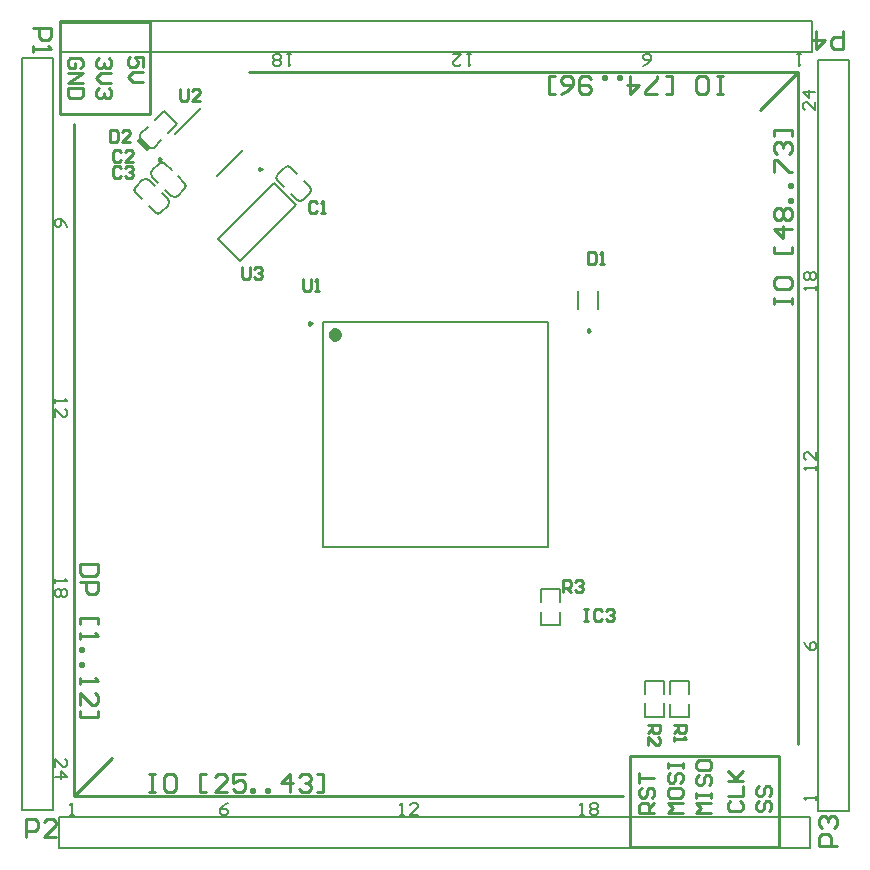
<source format=gto>
G04*
G04 #@! TF.GenerationSoftware,Altium Limited,Altium Designer,22.1.2 (22)*
G04*
G04 Layer_Color=65535*
%FSLAX25Y25*%
%MOIN*%
G70*
G04*
G04 #@! TF.SameCoordinates,7EB5FEC4-0347-4BB5-A0A8-A435BEEEC189*
G04*
G04*
G04 #@! TF.FilePolarity,Positive*
G04*
G01*
G75*
%ADD10C,0.00984*%
%ADD11C,0.02362*%
%ADD12C,0.00787*%
%ADD13C,0.01000*%
%ADD14C,0.00600*%
G04:AMPARAMS|DCode=15|XSize=11.81mil|YSize=47.24mil|CornerRadius=0mil|HoleSize=0mil|Usage=FLASHONLY|Rotation=45.000|XOffset=0mil|YOffset=0mil|HoleType=Round|Shape=Rectangle|*
%AMROTATEDRECTD15*
4,1,4,0.01253,-0.02088,-0.02088,0.01253,-0.01253,0.02088,0.02088,-0.01253,0.01253,-0.02088,0.0*
%
%ADD15ROTATEDRECTD15*%

D10*
X198760Y277106D02*
X198022Y277533D01*
Y276680D01*
X198760Y277106D01*
X148693Y331807D02*
X147954Y332233D01*
Y331381D01*
X148693Y331807D01*
X182106Y328538D02*
X181368Y328965D01*
Y328112D01*
X182106Y328538D01*
X291492Y274665D02*
X290754Y275092D01*
Y274239D01*
X291492Y274665D01*
D11*
X207716Y273465D02*
X207272Y274388D01*
X206273Y274616D01*
X205471Y273977D01*
Y272952D01*
X206273Y272313D01*
X207272Y272541D01*
X207716Y273465D01*
D12*
X146460Y314141D02*
X147574Y313680D01*
X148688Y314141D01*
X150859Y316312D02*
X151320Y317426D01*
X150859Y318540D01*
X144540Y324859D02*
X143426Y325320D01*
X142312Y324859D01*
X140141Y322688D02*
X139680Y321574D01*
X140141Y320460D01*
X151960Y319641D02*
X153074Y319180D01*
X154188Y319641D01*
X156359Y321812D02*
X156820Y322926D01*
X156359Y324040D01*
X150040Y330359D02*
X148926Y330820D01*
X147812Y330359D01*
X145641Y328188D02*
X145180Y327074D01*
X145641Y325960D01*
X193817Y318285D02*
X194930Y317823D01*
X196044Y318285D01*
X198215Y320456D02*
X198677Y321570D01*
X198215Y322683D01*
X191896Y329003D02*
X190782Y329464D01*
X189669Y329003D01*
X187497Y326831D02*
X187036Y325718D01*
X187497Y324604D01*
X202598Y202598D02*
Y277402D01*
X277402Y202598D02*
Y277402D01*
X202598D02*
X277402D01*
X202598Y202598D02*
X277402D01*
X167075Y326156D02*
X175844Y334925D01*
X153156Y340075D02*
X161925Y348844D01*
X167555Y305293D02*
X186207Y323945D01*
X174793Y298055D02*
X193445Y316707D01*
X186207Y323945D02*
X193445Y316707D01*
X167555Y305293D02*
X174793Y298055D01*
X144986Y335662D02*
X146080Y335682D01*
X141662Y338986D02*
X141682Y340080D01*
X144187Y342586D01*
X149574Y347972D02*
X153972Y343574D01*
X141662Y338986D02*
X144986Y335662D01*
X146414Y344813D02*
X149574Y347972D01*
X146080Y335682D02*
X148586Y338187D01*
X150813Y340414D02*
X153972Y343574D01*
X318390Y145925D02*
Y150394D01*
Y153543D02*
Y158012D01*
X324610Y145925D02*
Y150394D01*
X318390Y158012D02*
X324610D01*
X318390Y145925D02*
X324610D01*
Y153543D02*
Y158012D01*
X281610Y184075D02*
Y188543D01*
X275390Y176457D02*
X281610D01*
X275390Y188543D02*
X281610D01*
Y176457D02*
Y180925D01*
X275390Y184075D02*
Y188543D01*
Y176457D02*
Y180925D01*
X148813Y320586D02*
X150859Y318540D01*
X144540Y324859D02*
X146586Y322813D01*
X140141Y320460D02*
X142187Y318414D01*
X148688Y314141D02*
X150859Y316312D01*
X140141Y322688D02*
X142312Y324859D01*
X144414Y316187D02*
X146460Y314141D01*
X115000Y367500D02*
X365591D01*
X115000D02*
Y377795D01*
X365591Y367500D02*
Y377795D01*
X115000D02*
X365591D01*
X309890Y145957D02*
Y150425D01*
Y153575D02*
Y158043D01*
X316110Y145957D02*
Y150425D01*
X309890Y158043D02*
X316110D01*
X309890Y145957D02*
X316110D01*
Y153575D02*
Y158043D01*
X367500Y114409D02*
Y365000D01*
X377795D01*
X367500Y114409D02*
X377795D01*
Y365000D01*
X114409Y112500D02*
X365000D01*
Y102205D02*
Y112500D01*
X114409Y102205D02*
Y112500D01*
Y102205D02*
X365000D01*
X112500Y115000D02*
Y365591D01*
X102205Y115000D02*
X112500D01*
X102205Y365591D02*
X112500D01*
X102205Y115000D02*
Y365591D01*
X294346Y282047D02*
Y287953D01*
X287653Y282047D02*
Y287953D01*
X154313Y326086D02*
X156359Y324040D01*
X150040Y330359D02*
X152086Y328313D01*
X145641Y325960D02*
X147687Y323914D01*
X154188Y319641D02*
X156359Y321812D01*
X145641Y328188D02*
X147812Y330359D01*
X149914Y321687D02*
X151960Y319641D01*
X196169Y324729D02*
X198215Y322683D01*
X191896Y329003D02*
X193942Y326956D01*
X187497Y324604D02*
X189544Y322558D01*
X196044Y318285D02*
X198215Y320456D01*
X187497Y326831D02*
X189669Y329003D01*
X191771Y320331D02*
X193817Y318285D01*
D13*
X115000Y377500D02*
X145000D01*
X115000Y347000D02*
X145000D01*
X115000D02*
Y377500D01*
X145000Y347000D02*
Y377500D01*
X305000Y102500D02*
X354500D01*
X305000Y133000D02*
X354500D01*
Y102500D02*
Y133000D01*
X305000Y102500D02*
Y133000D01*
X178000Y361000D02*
X361000D01*
X348250Y348250D02*
X361000Y361000D01*
Y137000D02*
Y361000D01*
X119500Y119500D02*
Y343500D01*
Y119500D02*
X132250Y132250D01*
X119500Y119500D02*
X302500D01*
X121665Y362168D02*
X122498Y363001D01*
Y364667D01*
X121665Y365500D01*
X118333D01*
X117500Y364667D01*
Y363001D01*
X118333Y362168D01*
X119999D01*
Y363834D01*
X117500Y360502D02*
X122498D01*
X117500Y357169D01*
X122498D01*
Y355503D02*
X117500D01*
Y353004D01*
X118333Y352171D01*
X121665D01*
X122498Y353004D01*
Y355503D01*
X196000Y291999D02*
Y288666D01*
X196667Y288000D01*
X197999D01*
X198666Y288666D01*
Y291999D01*
X199999Y288000D02*
X201332D01*
X200665D01*
Y291999D01*
X199999Y291332D01*
X289502Y181999D02*
X290834D01*
X290168D01*
Y178001D01*
X289502D01*
X290834D01*
X295500Y181333D02*
X294833Y181999D01*
X293500D01*
X292834Y181333D01*
Y178667D01*
X293500Y178001D01*
X294833D01*
X295500Y178667D01*
X296833Y181333D02*
X297499Y181999D01*
X298832D01*
X299498Y181333D01*
Y180666D01*
X298832Y180000D01*
X298165D01*
X298832D01*
X299498Y179333D01*
Y178667D01*
X298832Y178001D01*
X297499D01*
X296833Y178667D01*
X353002Y283500D02*
Y285499D01*
Y284500D01*
X359000D01*
Y283500D01*
Y285499D01*
X353002Y291497D02*
Y289498D01*
X354002Y288498D01*
X358000D01*
X359000Y289498D01*
Y291497D01*
X358000Y292497D01*
X354002D01*
X353002Y291497D01*
X359000Y302494D02*
Y300495D01*
X353002D01*
Y302494D01*
X359000Y308492D02*
X353002D01*
X356001Y305493D01*
Y309492D01*
X354002Y311491D02*
X353002Y312491D01*
Y314490D01*
X354002Y315490D01*
X355001D01*
X356001Y314490D01*
X357001Y315490D01*
X358000D01*
X359000Y314490D01*
Y312491D01*
X358000Y311491D01*
X357001D01*
X356001Y312491D01*
X355001Y311491D01*
X354002D01*
X356001Y312491D02*
Y314490D01*
X359000Y317489D02*
X358000D01*
Y318489D01*
X359000D01*
Y317489D01*
Y322487D02*
X358000D01*
Y323487D01*
X359000D01*
Y322487D01*
X353002Y327486D02*
Y331485D01*
X354002D01*
X358000Y327486D01*
X359000D01*
X354002Y333484D02*
X353002Y334484D01*
Y336483D01*
X354002Y337483D01*
X355001D01*
X356001Y336483D01*
Y335483D01*
Y336483D01*
X357001Y337483D01*
X358000D01*
X359000Y336483D01*
Y334484D01*
X358000Y333484D01*
X359000Y339482D02*
Y341481D01*
X353002D01*
Y339482D01*
X336000Y353502D02*
X334001D01*
X335000D01*
Y359500D01*
X336000D01*
X334001D01*
X328003Y353502D02*
X330002D01*
X331002Y354502D01*
Y358500D01*
X330002Y359500D01*
X328003D01*
X327003Y358500D01*
Y354502D01*
X328003Y353502D01*
X317006Y359500D02*
X319005D01*
Y353502D01*
X317006D01*
X314007D02*
X310008D01*
Y354502D01*
X314007Y358500D01*
Y359500D01*
X305010D02*
Y353502D01*
X308009Y356501D01*
X304010D01*
X302011Y359500D02*
Y358500D01*
X301011D01*
Y359500D01*
X302011D01*
X297013D02*
Y358500D01*
X296013D01*
Y359500D01*
X297013D01*
X292014Y358500D02*
X291015Y359500D01*
X289015D01*
X288016Y358500D01*
Y354502D01*
X289015Y353502D01*
X291015D01*
X292014Y354502D01*
Y355501D01*
X291015Y356501D01*
X288016D01*
X282017Y353502D02*
X284017Y354502D01*
X286016Y356501D01*
Y358500D01*
X285016Y359500D01*
X283017D01*
X282017Y358500D01*
Y357501D01*
X283017Y356501D01*
X286016D01*
X280018Y359500D02*
X278019D01*
Y353502D01*
X280018D01*
X144500Y126998D02*
X146499D01*
X145500D01*
Y121000D01*
X144500D01*
X146499D01*
X152497Y126998D02*
X150498D01*
X149498Y125998D01*
Y122000D01*
X150498Y121000D01*
X152497D01*
X153497Y122000D01*
Y125998D01*
X152497Y126998D01*
X163494Y121000D02*
X161495D01*
Y126998D01*
X163494D01*
X170492Y121000D02*
X166493D01*
X170492Y124999D01*
Y125998D01*
X169492Y126998D01*
X167493D01*
X166493Y125998D01*
X176490Y126998D02*
X172491D01*
Y123999D01*
X174490Y124999D01*
X175490D01*
X176490Y123999D01*
Y122000D01*
X175490Y121000D01*
X173491D01*
X172491Y122000D01*
X178489Y121000D02*
Y122000D01*
X179489D01*
Y121000D01*
X178489D01*
X183487D02*
Y122000D01*
X184487D01*
Y121000D01*
X183487D01*
X191485D02*
Y126998D01*
X188486Y123999D01*
X192484D01*
X194484Y125998D02*
X195484Y126998D01*
X197483D01*
X198483Y125998D01*
Y124999D01*
X197483Y123999D01*
X196483D01*
X197483D01*
X198483Y122999D01*
Y122000D01*
X197483Y121000D01*
X195484D01*
X194484Y122000D01*
X200482Y121000D02*
X202481D01*
Y126998D01*
X200482D01*
X127498Y197000D02*
X121500D01*
Y194001D01*
X122500Y193001D01*
X126498D01*
X127498Y194001D01*
Y197000D01*
X121500Y191002D02*
X127498D01*
Y188003D01*
X126498Y187003D01*
X124499D01*
X123499Y188003D01*
Y191002D01*
X121500Y177006D02*
Y179006D01*
X127498D01*
Y177006D01*
X121500Y174007D02*
Y172008D01*
Y173008D01*
X127498D01*
X126498Y174007D01*
X121500Y169009D02*
X122500D01*
Y168009D01*
X121500D01*
Y169009D01*
Y164011D02*
X122500D01*
Y163011D01*
X121500D01*
Y164011D01*
Y159012D02*
Y157013D01*
Y158013D01*
X127498D01*
X126498Y159012D01*
X121500Y150015D02*
Y154014D01*
X125499Y150015D01*
X126498D01*
X127498Y151015D01*
Y153014D01*
X126498Y154014D01*
X121500Y148016D02*
Y146017D01*
X127498D01*
Y148016D01*
X142498Y362668D02*
Y366000D01*
X139999D01*
X140832Y364334D01*
Y363501D01*
X139999Y362668D01*
X138333D01*
X137500Y363501D01*
Y365167D01*
X138333Y366000D01*
X142498Y361002D02*
X139166D01*
X137500Y359335D01*
X139166Y357669D01*
X142498D01*
X131165Y365500D02*
X131998Y364667D01*
Y363001D01*
X131165Y362168D01*
X130332D01*
X129499Y363001D01*
Y363834D01*
Y363001D01*
X128666Y362168D01*
X127833D01*
X127000Y363001D01*
Y364667D01*
X127833Y365500D01*
X131998Y360502D02*
X128666D01*
X127000Y358836D01*
X128666Y357169D01*
X131998D01*
X131165Y355503D02*
X131998Y354670D01*
Y353004D01*
X131165Y352171D01*
X130332D01*
X129499Y353004D01*
Y353837D01*
Y353004D01*
X128666Y352171D01*
X127833D01*
X127000Y353004D01*
Y354670D01*
X127833Y355503D01*
X347835Y117832D02*
X347002Y116999D01*
Y115333D01*
X347835Y114500D01*
X348668D01*
X349501Y115333D01*
Y116999D01*
X350334Y117832D01*
X351167D01*
X352000Y116999D01*
Y115333D01*
X351167Y114500D01*
X347835Y122831D02*
X347002Y121998D01*
Y120331D01*
X347835Y119498D01*
X348668D01*
X349501Y120331D01*
Y121998D01*
X350334Y122831D01*
X351167D01*
X352000Y121998D01*
Y120331D01*
X351167Y119498D01*
X338335Y117832D02*
X337502Y116999D01*
Y115333D01*
X338335Y114500D01*
X341667D01*
X342500Y115333D01*
Y116999D01*
X341667Y117832D01*
X337502Y119498D02*
X342500D01*
Y122831D01*
X337502Y124497D02*
X342500D01*
X340834D01*
X337502Y127829D01*
X340001Y125330D01*
X342500Y127829D01*
X332000Y114000D02*
X327002D01*
X328668Y115666D01*
X327002Y117332D01*
X332000D01*
X327002Y118998D02*
Y120665D01*
Y119831D01*
X332000D01*
Y118998D01*
Y120665D01*
X327835Y126496D02*
X327002Y125663D01*
Y123997D01*
X327835Y123164D01*
X328668D01*
X329501Y123997D01*
Y125663D01*
X330334Y126496D01*
X331167D01*
X332000Y125663D01*
Y123997D01*
X331167Y123164D01*
X327002Y130661D02*
Y128995D01*
X327835Y128162D01*
X331167D01*
X332000Y128995D01*
Y130661D01*
X331167Y131494D01*
X327835D01*
X327002Y130661D01*
X322500Y114000D02*
X317502D01*
X319168Y115666D01*
X317502Y117332D01*
X322500D01*
X317502Y121498D02*
Y119831D01*
X318335Y118998D01*
X321667D01*
X322500Y119831D01*
Y121498D01*
X321667Y122331D01*
X318335D01*
X317502Y121498D01*
X318335Y127329D02*
X317502Y126496D01*
Y124830D01*
X318335Y123997D01*
X319168D01*
X320001Y124830D01*
Y126496D01*
X320834Y127329D01*
X321667D01*
X322500Y126496D01*
Y124830D01*
X321667Y123997D01*
X317502Y128995D02*
Y130661D01*
Y129828D01*
X322500D01*
Y128995D01*
Y130661D01*
X313000Y114000D02*
X308002D01*
Y116499D01*
X308835Y117332D01*
X310501D01*
X311334Y116499D01*
Y114000D01*
Y115666D02*
X313000Y117332D01*
X308835Y122331D02*
X308002Y121498D01*
Y119831D01*
X308835Y118998D01*
X309668D01*
X310501Y119831D01*
Y121498D01*
X311334Y122331D01*
X312167D01*
X313000Y121498D01*
Y119831D01*
X312167Y118998D01*
X308002Y123997D02*
Y127329D01*
Y125663D01*
X313000D01*
X175668Y295999D02*
Y292667D01*
X176334Y292001D01*
X177667D01*
X178333Y292667D01*
Y295999D01*
X179666Y295333D02*
X180333Y295999D01*
X181666D01*
X182332Y295333D01*
Y294666D01*
X181666Y294000D01*
X180999D01*
X181666D01*
X182332Y293334D01*
Y292667D01*
X181666Y292001D01*
X180333D01*
X179666Y292667D01*
X131668Y341499D02*
Y337501D01*
X133667D01*
X134334Y338167D01*
Y340833D01*
X133667Y341499D01*
X131668D01*
X138332Y337501D02*
X135667D01*
X138332Y340166D01*
Y340833D01*
X137666Y341499D01*
X136333D01*
X135667Y340833D01*
X319501Y143103D02*
X323499D01*
Y141103D01*
X322833Y140437D01*
X321500D01*
X320834Y141103D01*
Y143103D01*
Y141770D02*
X319501Y140437D01*
Y139104D02*
Y137771D01*
Y138438D01*
X323499D01*
X322833Y139104D01*
X135334Y328833D02*
X134667Y329499D01*
X133334D01*
X132668Y328833D01*
Y326167D01*
X133334Y325501D01*
X134667D01*
X135334Y326167D01*
X136667Y328833D02*
X137333Y329499D01*
X138666D01*
X139332Y328833D01*
Y328166D01*
X138666Y327500D01*
X137999D01*
X138666D01*
X139332Y326834D01*
Y326167D01*
X138666Y325501D01*
X137333D01*
X136667Y326167D01*
X375998Y374499D02*
Y368501D01*
X372999D01*
X372000Y369501D01*
Y371500D01*
X372999Y372500D01*
X375998D01*
X367001Y374499D02*
Y368501D01*
X370000Y371500D01*
X366002D01*
X154742Y355180D02*
Y351848D01*
X155408Y351181D01*
X156741D01*
X157407Y351848D01*
Y355180D01*
X161406Y351181D02*
X158740D01*
X161406Y353847D01*
Y354514D01*
X160740Y355180D01*
X159407D01*
X158740Y354514D01*
X282668Y187501D02*
Y191499D01*
X284667D01*
X285334Y190833D01*
Y189500D01*
X284667Y188833D01*
X282668D01*
X284001D02*
X285334Y187501D01*
X286666Y190833D02*
X287333Y191499D01*
X288666D01*
X289332Y190833D01*
Y190166D01*
X288666Y189500D01*
X287999D01*
X288666D01*
X289332Y188833D01*
Y188167D01*
X288666Y187501D01*
X287333D01*
X286666Y188167D01*
X311001Y143332D02*
X314999D01*
Y141333D01*
X314333Y140666D01*
X313000D01*
X312334Y141333D01*
Y143332D01*
Y141999D02*
X311001Y140666D01*
Y136668D02*
Y139333D01*
X313666Y136668D01*
X314333D01*
X314999Y137334D01*
Y138667D01*
X314333Y139333D01*
X373999Y103002D02*
X368001D01*
Y106001D01*
X369001Y107000D01*
X371000D01*
X372000Y106001D01*
Y103002D01*
X369001Y109000D02*
X368001Y109999D01*
Y111999D01*
X369001Y112998D01*
X370000D01*
X371000Y111999D01*
Y110999D01*
Y111999D01*
X372000Y112998D01*
X372999D01*
X373999Y111999D01*
Y109999D01*
X372999Y109000D01*
X103502Y106001D02*
Y111999D01*
X106501D01*
X107500Y110999D01*
Y109000D01*
X106501Y108000D01*
X103502D01*
X113498Y106001D02*
X109500D01*
X113498Y110000D01*
Y110999D01*
X112499Y111999D01*
X110499D01*
X109500Y110999D01*
X106001Y375499D02*
X111999D01*
Y372500D01*
X110999Y371500D01*
X109000D01*
X108000Y372500D01*
Y375499D01*
X106001Y369501D02*
Y367501D01*
Y368501D01*
X111999D01*
X110999Y369501D01*
X290834Y300999D02*
Y297001D01*
X292834D01*
X293500Y297667D01*
Y300333D01*
X292834Y300999D01*
X290834D01*
X294833Y297001D02*
X296166D01*
X295499D01*
Y300999D01*
X294833Y300333D01*
X135334Y334333D02*
X134667Y334999D01*
X133334D01*
X132668Y334333D01*
Y331667D01*
X133334Y331001D01*
X134667D01*
X135334Y331667D01*
X139332Y331001D02*
X136667D01*
X139332Y333666D01*
Y334333D01*
X138666Y334999D01*
X137333D01*
X136667Y334333D01*
X200500Y317333D02*
X199834Y317999D01*
X198501D01*
X197834Y317333D01*
Y314667D01*
X198501Y314001D01*
X199834D01*
X200500Y314667D01*
X201833Y314001D02*
X203166D01*
X202499D01*
Y317999D01*
X201833Y317333D01*
D14*
X191900Y366900D02*
X190567D01*
X191234D01*
Y362901D01*
X191900Y363568D01*
X188568D02*
X187901Y362901D01*
X186568D01*
X185902Y363568D01*
Y364234D01*
X186568Y364901D01*
X185902Y365567D01*
Y366234D01*
X186568Y366900D01*
X187901D01*
X188568Y366234D01*
Y365567D01*
X187901Y364901D01*
X188568Y364234D01*
Y363568D01*
X187901Y364901D02*
X186568D01*
X309234Y362901D02*
X310567Y363568D01*
X311900Y364901D01*
Y366234D01*
X311234Y366900D01*
X309901D01*
X309234Y366234D01*
Y365567D01*
X309901Y364901D01*
X311900D01*
X361900Y366900D02*
X360567D01*
X361234D01*
Y362901D01*
X361900Y363568D01*
X251900Y366900D02*
X250567D01*
X251234D01*
Y362901D01*
X251900Y363568D01*
X245902Y366900D02*
X248568D01*
X245902Y364234D01*
Y363568D01*
X246568Y362901D01*
X247901D01*
X248568Y363568D01*
X366900Y288100D02*
Y289433D01*
Y288766D01*
X362901D01*
X363568Y288100D01*
Y291432D02*
X362901Y292099D01*
Y293432D01*
X363568Y294098D01*
X364234D01*
X364901Y293432D01*
X365567Y294098D01*
X366234D01*
X366900Y293432D01*
Y292099D01*
X366234Y291432D01*
X365567D01*
X364901Y292099D01*
X364234Y291432D01*
X363568D01*
X364901Y292099D02*
Y293432D01*
X362901Y170766D02*
X363568Y169433D01*
X364901Y168100D01*
X366234D01*
X366900Y168766D01*
Y170099D01*
X366234Y170766D01*
X365567D01*
X364901Y170099D01*
Y168100D01*
X366900Y118100D02*
Y119433D01*
Y118766D01*
X362901D01*
X363568Y118100D01*
X366900Y228100D02*
Y229433D01*
Y228766D01*
X362901D01*
X363568Y228100D01*
X366900Y234098D02*
Y231432D01*
X364234Y234098D01*
X363568D01*
X362901Y233432D01*
Y232099D01*
X363568Y231432D01*
X366605Y350766D02*
Y348100D01*
X363939Y350766D01*
X363273D01*
X362606Y350099D01*
Y348766D01*
X363273Y348100D01*
X366605Y354098D02*
X362606D01*
X364605Y352099D01*
Y354765D01*
X288100Y113100D02*
X289433D01*
X288766D01*
Y117099D01*
X288100Y116432D01*
X291432D02*
X292099Y117099D01*
X293432D01*
X294098Y116432D01*
Y115766D01*
X293432Y115099D01*
X294098Y114433D01*
Y113767D01*
X293432Y113100D01*
X292099D01*
X291432Y113767D01*
Y114433D01*
X292099Y115099D01*
X291432Y115766D01*
Y116432D01*
X292099Y115099D02*
X293432D01*
X170766Y117099D02*
X169433Y116432D01*
X168100Y115099D01*
Y113767D01*
X168766Y113100D01*
X170099D01*
X170766Y113767D01*
Y114433D01*
X170099Y115099D01*
X168100D01*
X118100Y113100D02*
X119433D01*
X118766D01*
Y117099D01*
X118100Y116432D01*
X228100Y113100D02*
X229433D01*
X228766D01*
Y117099D01*
X228100Y116432D01*
X234098Y113100D02*
X231432D01*
X234098Y115766D01*
Y116432D01*
X233432Y117099D01*
X232099D01*
X231432Y116432D01*
X113100Y191900D02*
Y190567D01*
Y191234D01*
X117099D01*
X116432Y191900D01*
Y188568D02*
X117099Y187901D01*
Y186568D01*
X116432Y185902D01*
X115766D01*
X115099Y186568D01*
X114433Y185902D01*
X113766D01*
X113100Y186568D01*
Y187901D01*
X113766Y188568D01*
X114433D01*
X115099Y187901D01*
X115766Y188568D01*
X116432D01*
X115099Y187901D02*
Y186568D01*
X117099Y309234D02*
X116432Y310567D01*
X115099Y311900D01*
X113766D01*
X113100Y311234D01*
Y309901D01*
X113766Y309234D01*
X114433D01*
X115099Y309901D01*
Y311900D01*
X113100Y251900D02*
Y250567D01*
Y251234D01*
X117099D01*
X116432Y251900D01*
X113100Y245902D02*
Y248568D01*
X115766Y245902D01*
X116432D01*
X117099Y246568D01*
Y247901D01*
X116432Y248568D01*
X113395Y129234D02*
Y131900D01*
X116061Y129234D01*
X116727D01*
X117394Y129901D01*
Y131234D01*
X116727Y131900D01*
X113395Y125902D02*
X117394D01*
X115395Y127901D01*
Y125235D01*
D15*
X142419Y336420D02*
D03*
M02*

</source>
